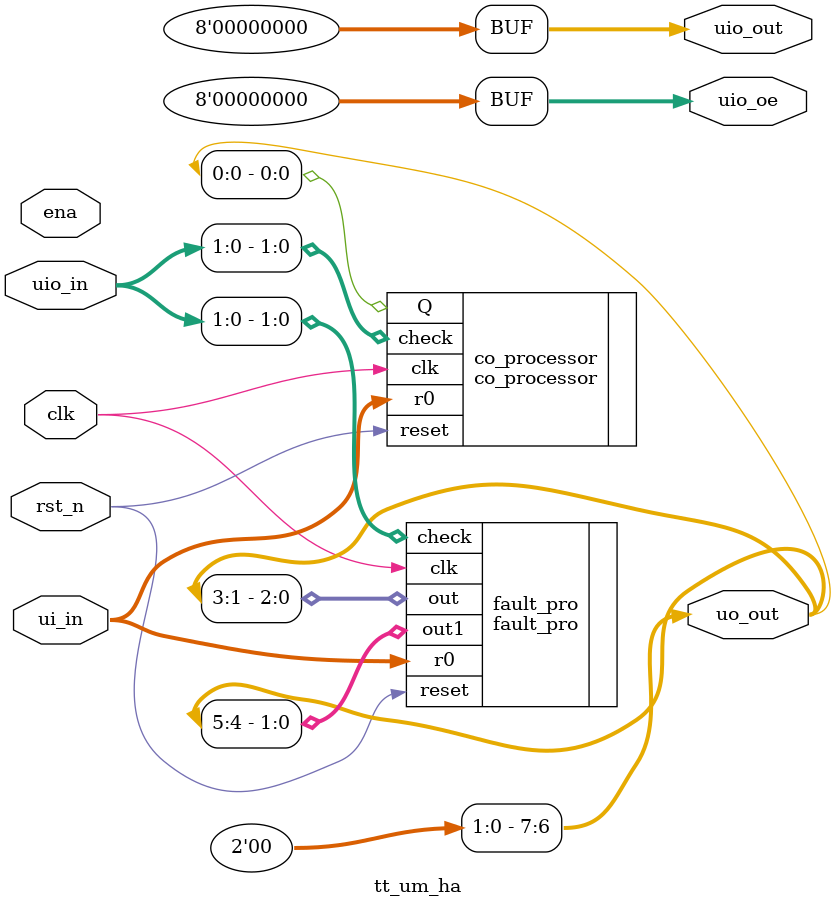
<source format=v>
/*
 * Copyright (c) 2024 Your Name
 * SPDX-License-Identifier: Apache-2.0
 */

`define default_netname none

module tt_um_ha (
    input  wire [7:0] ui_in,    // Dedicated inputs
    output wire [7:0] uo_out,   // Dedicated outputs
    input  wire [7:0] uio_in,   // IOs: Input path
    output wire [7:0] uio_out,  // IOs: Output path
    output wire [7:0] uio_oe,   // IOs: Enable path (active high: 0=input, 1=output)
    input  wire       ena,      // will go high when the design is enabled
    input  wire       clk,      // clock
    input  wire       rst_n     // reset_n - low to reset
);

  // All output pins must be assigned. If not used, assign to 0.
  // assign uo_out  = ui_in + uio_in;  // Example: ou_out is the sum of ui_in and uio_in
   // assign ui_in[7:2]=6'b000000;
	assign uo_out[7:6]=2'b0;
   // assign uio_in = 0;
  assign uio_out = 0;
  assign uio_oe  = 0;
    co_processor co_processor  (
    .clk(clk),
    .reset(rst_n),
	.r0(ui_in),
	.check(uio_in[1:0]),
	.Q(uo_out[0])
	
);
	fault_pro fault_pro  (
    .clk(clk),
    .reset(rst_n),
	.r0(ui_in),
	.check(uio_in[1:0]),
	.out(uo_out[3:1]),
	.out1(uo_out[5:4])
		
	
);

endmodule

</source>
